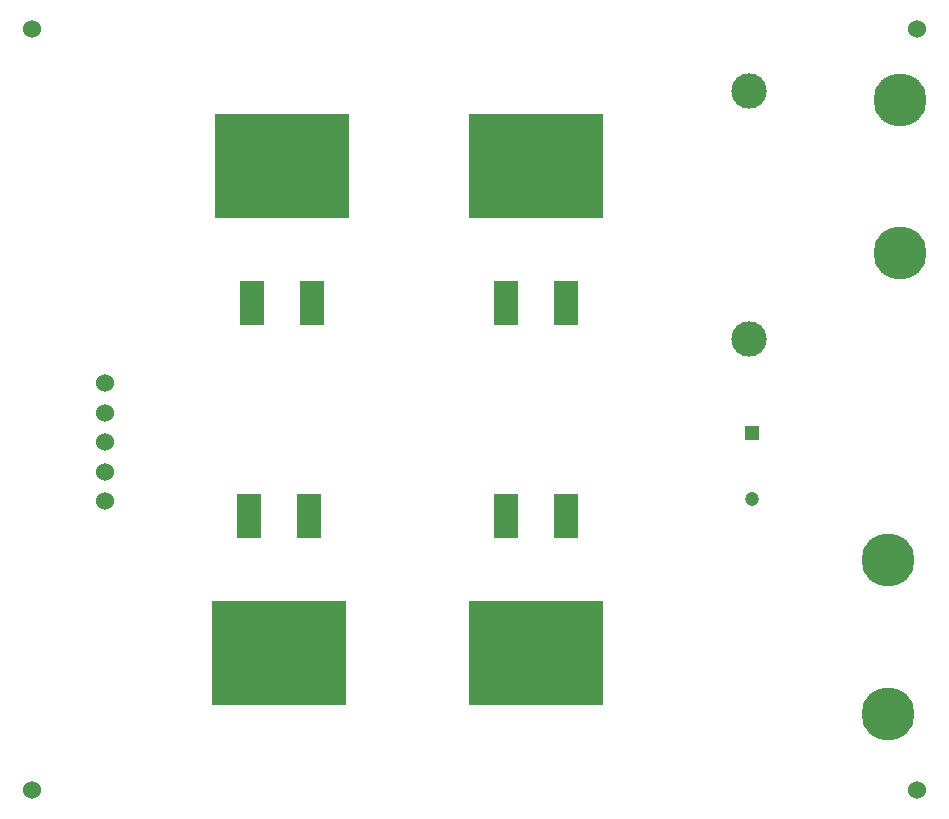
<source format=gbr>
%TF.GenerationSoftware,Altium Limited,Altium Designer,20.0.12 (288)*%
G04 Layer_Color=255*
%FSLAX44Y44*%
%MOMM*%
%TF.FileFunction,Pads,Bot*%
%TF.Part,Single*%
G01*
G75*
%TA.AperFunction,ComponentPad*%
%ADD16C,1.2000*%
%ADD17R,1.2000X1.2000*%
%TA.AperFunction,TestPad*%
%ADD18C,4.5000*%
%TA.AperFunction,ViaPad*%
%ADD19C,1.5240*%
%TA.AperFunction,ComponentPad*%
%ADD20C,3.0000*%
%ADD21C,1.5240*%
%TA.AperFunction,SMDPad,CuDef*%
%ADD23R,11.4300X8.8900*%
%ADD24R,2.0800X3.8100*%
D16*
X637500Y274500D02*
D03*
D17*
Y330500D02*
D03*
D18*
X762500Y612500D02*
D03*
Y482500D02*
D03*
X752500Y222500D02*
D03*
Y92500D02*
D03*
D19*
X27500Y672500D02*
D03*
Y27500D02*
D03*
X777500D02*
D03*
Y672500D02*
D03*
D20*
X635000Y410000D02*
D03*
Y620000D02*
D03*
D21*
X90000Y272500D02*
D03*
Y297500D02*
D03*
Y322500D02*
D03*
Y347500D02*
D03*
Y372500D02*
D03*
D23*
X454600Y556500D02*
D03*
Y143500D02*
D03*
X239600Y556500D02*
D03*
X237100Y143500D02*
D03*
D24*
X429200Y440000D02*
D03*
X480000D02*
D03*
X429200Y260000D02*
D03*
X480000D02*
D03*
X265000Y440000D02*
D03*
X214200D02*
D03*
X211700Y260000D02*
D03*
X262500D02*
D03*
%TF.MD5,444410536114dcbde73e5a781da58608*%
M02*

</source>
